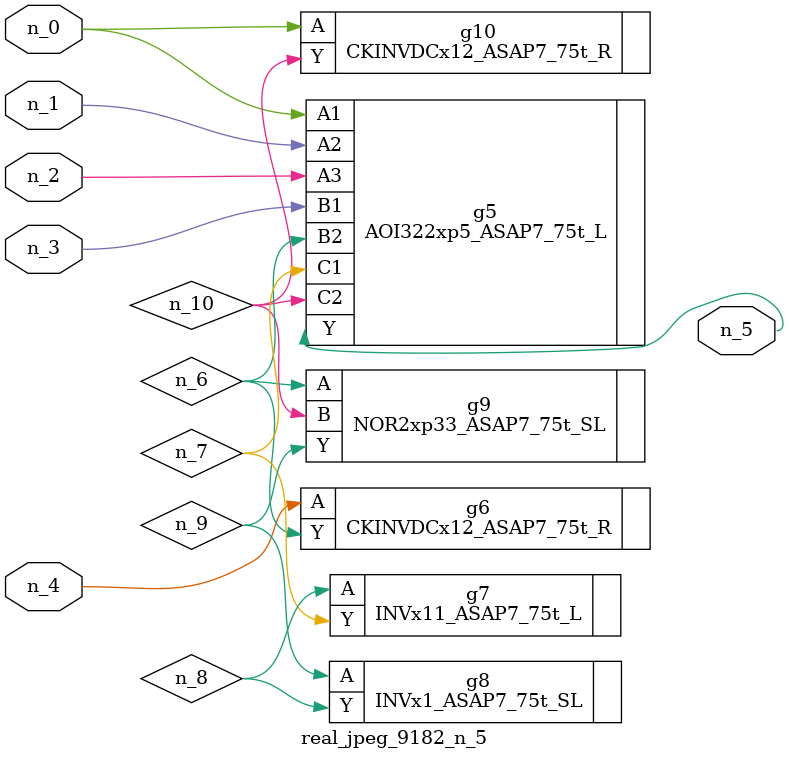
<source format=v>
module real_jpeg_9182_n_5 (n_4, n_0, n_1, n_2, n_3, n_5);

input n_4;
input n_0;
input n_1;
input n_2;
input n_3;

output n_5;

wire n_8;
wire n_6;
wire n_7;
wire n_10;
wire n_9;

AOI322xp5_ASAP7_75t_L g5 ( 
.A1(n_0),
.A2(n_1),
.A3(n_2),
.B1(n_3),
.B2(n_6),
.C1(n_7),
.C2(n_10),
.Y(n_5)
);

CKINVDCx12_ASAP7_75t_R g10 ( 
.A(n_0),
.Y(n_10)
);

CKINVDCx12_ASAP7_75t_R g6 ( 
.A(n_4),
.Y(n_6)
);

NOR2xp33_ASAP7_75t_SL g9 ( 
.A(n_6),
.B(n_10),
.Y(n_9)
);

INVx11_ASAP7_75t_L g7 ( 
.A(n_8),
.Y(n_7)
);

INVx1_ASAP7_75t_SL g8 ( 
.A(n_9),
.Y(n_8)
);


endmodule
</source>
